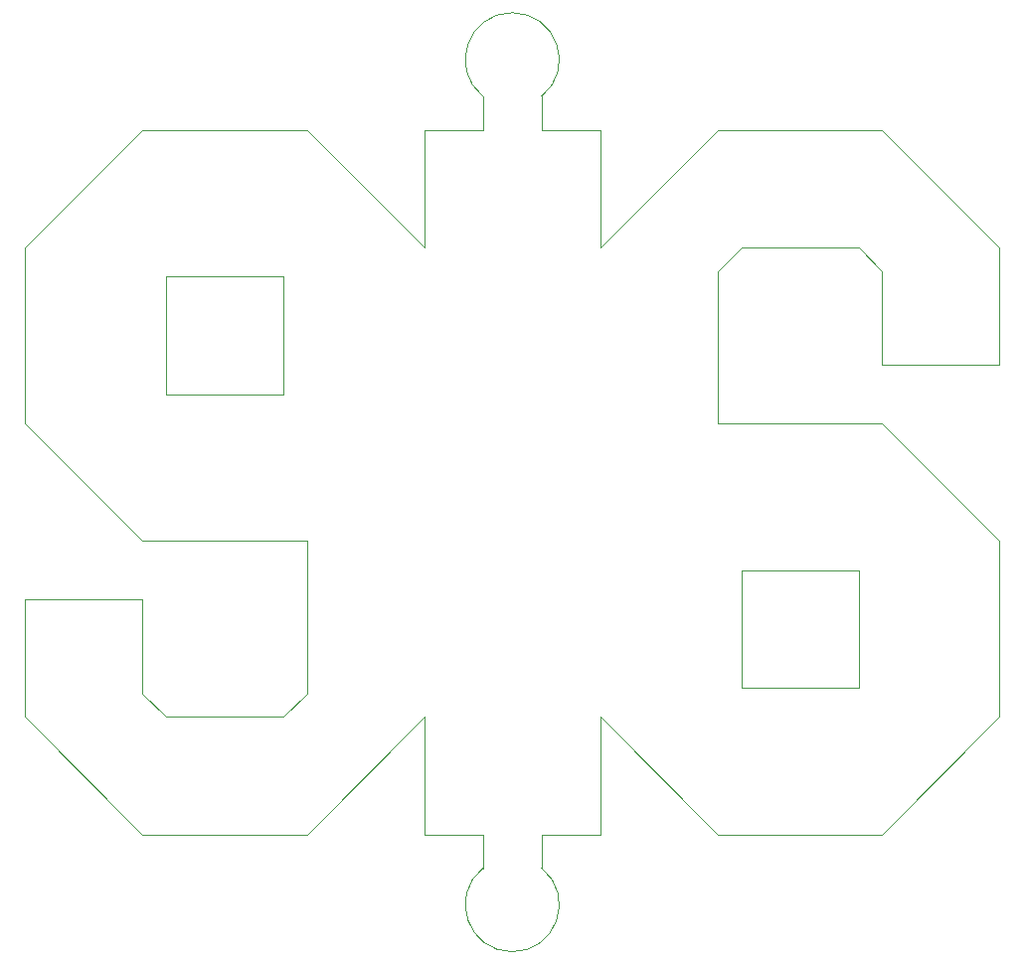
<source format=gm1>
G04 #@! TF.FileFunction,Profile,NP*
%FSLAX46Y46*%
G04 Gerber Fmt 4.6, Leading zero omitted, Abs format (unit mm)*
G04 Created by KiCad (PCBNEW 4.0.7) date 07/15/18 15:36:16*
%MOMM*%
%LPD*%
G01*
G04 APERTURE LIST*
%ADD10C,0.100000*%
G04 APERTURE END LIST*
D10*
X187501100Y-107881101D02*
X187501100Y-105003600D01*
X192501100Y-107881101D02*
X192501100Y-105003600D01*
X192501100Y-107881101D02*
G75*
G02X187501100Y-107881101I-2500000J-3122499D01*
G01*
X192501100Y-105003600D02*
X197501100Y-105003600D01*
X182501100Y-105003600D02*
X187501100Y-105003600D01*
X192501100Y-45003600D02*
X197501100Y-45003600D01*
X187501100Y-42126099D02*
X187501100Y-45003600D01*
X192501100Y-42126099D02*
X192501100Y-45003600D01*
X187501100Y-42126099D02*
G75*
G02X192501100Y-42126099I2500000J3122499D01*
G01*
X182501100Y-45003600D02*
X187501100Y-45003600D01*
X197501100Y-95003600D02*
X197501100Y-105003600D01*
X182501100Y-95003600D02*
X182501100Y-105003600D01*
X182501100Y-45003600D02*
X182501100Y-55003600D01*
X197501100Y-45003600D02*
X197501100Y-55003600D01*
X221501100Y-45003600D02*
X207501100Y-45003600D01*
X231501100Y-95003600D02*
X231501100Y-80003600D01*
X209501100Y-82503600D02*
X209501100Y-92503600D01*
X219501100Y-82503600D02*
X209501100Y-82503600D01*
X219501100Y-92503600D02*
X219501100Y-82503600D01*
X209501100Y-92503600D02*
X219501100Y-92503600D01*
X207501100Y-105003600D02*
X197501100Y-95003600D01*
X207501100Y-45003600D02*
X197501100Y-55003600D01*
X221501100Y-105003600D02*
X207501100Y-105003600D01*
X207501100Y-57003600D02*
X207501100Y-70003600D01*
X221501100Y-70003600D02*
X207501100Y-70003600D01*
X231501100Y-80003600D02*
X221501100Y-70003600D01*
X207501100Y-57003600D02*
X209501100Y-55003600D01*
X219501100Y-55003600D02*
X209501100Y-55003600D01*
X219501100Y-55003600D02*
X221501100Y-57003600D01*
X221501100Y-65003600D02*
X221501100Y-57003600D01*
X231501100Y-65003600D02*
X221501100Y-65003600D01*
X231501100Y-55003600D02*
X231501100Y-65003600D01*
X221501100Y-45003600D02*
X231501100Y-55003600D01*
X221501100Y-105003600D02*
X231501100Y-95003600D01*
X158501100Y-105003600D02*
X172501100Y-105003600D01*
X148501100Y-55003600D02*
X148501100Y-70003600D01*
X170501100Y-67503600D02*
X170501100Y-57503600D01*
X160501100Y-67503600D02*
X170501100Y-67503600D01*
X160501100Y-57503600D02*
X160501100Y-67503600D01*
X170501100Y-57503600D02*
X160501100Y-57503600D01*
X172501100Y-45003600D02*
X182501100Y-55003600D01*
X172501100Y-105003600D02*
X182501100Y-95003600D01*
X158501100Y-45003600D02*
X172501100Y-45003600D01*
X172501100Y-93003600D02*
X172501100Y-80003600D01*
X158501100Y-80003600D02*
X172501100Y-80003600D01*
X148501100Y-70003600D02*
X158501100Y-80003600D01*
X172501100Y-93003600D02*
X170501100Y-95003600D01*
X160501100Y-95003600D02*
X170501100Y-95003600D01*
X160501100Y-95003600D02*
X158501100Y-93003600D01*
X158501100Y-85003600D02*
X158501100Y-93003600D01*
X148501100Y-85003600D02*
X158501100Y-85003600D01*
X148501100Y-95003600D02*
X148501100Y-85003600D01*
X158501100Y-105003600D02*
X148501100Y-95003600D01*
X158501100Y-45003600D02*
X148501100Y-55003600D01*
M02*

</source>
